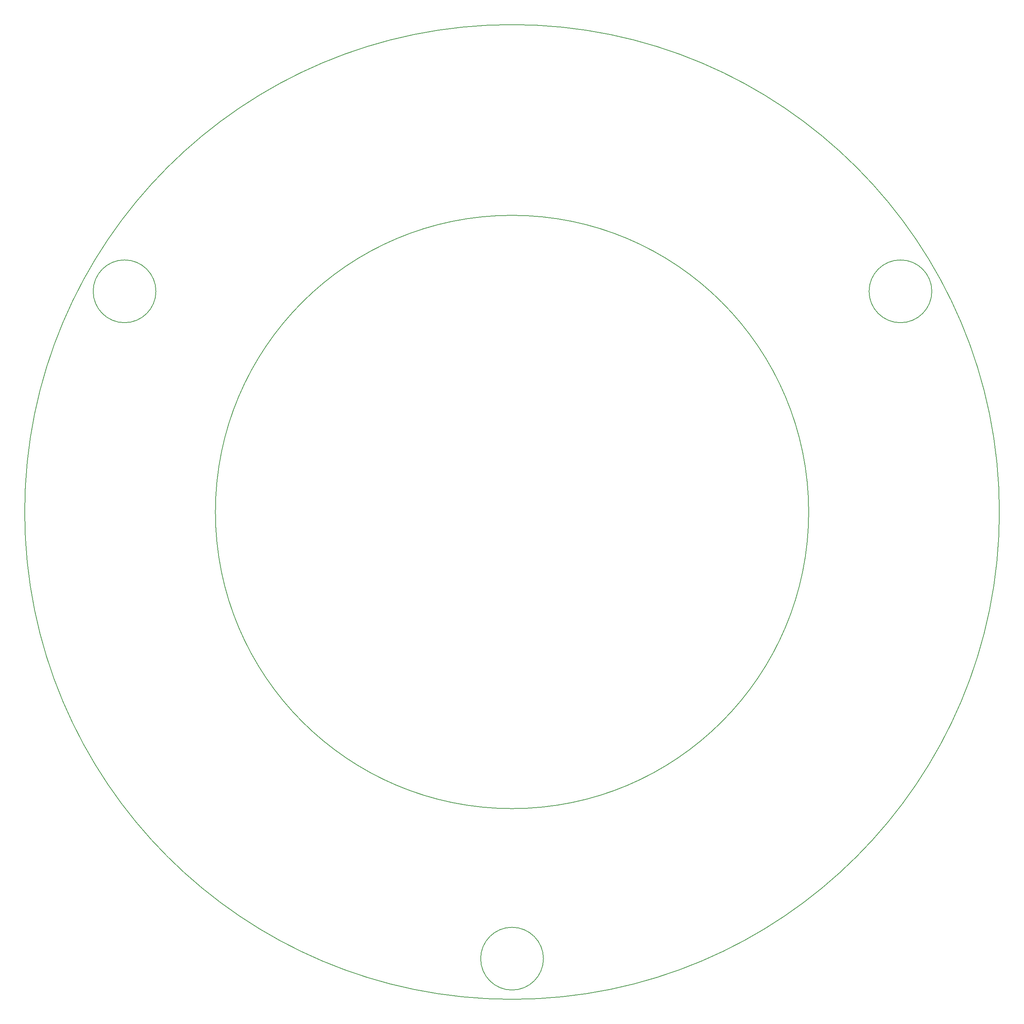
<source format=gm1>
G04 #@! TF.GenerationSoftware,KiCad,Pcbnew,(5.0.2)-1*
G04 #@! TF.CreationDate,2018-12-27T20:38:10+08:00*
G04 #@! TF.ProjectId,lighting,6c696768-7469-46e6-972e-6b696361645f,rev?*
G04 #@! TF.SameCoordinates,Original*
G04 #@! TF.FileFunction,Profile,NP*
%FSLAX45Y45*%
G04 Gerber Fmt 4.5, Leading zero omitted, Abs format (unit mm)*
G04 Created by KiCad (PCBNEW (5.0.2)-1) date 12/27/2018 8:38:10 PM*
%MOMM*%
%LPD*%
G01*
G04 APERTURE LIST*
%ADD10C,0.150000*%
G04 APERTURE END LIST*
D10*
X28590000Y-14351000D02*
G75*
G03X28590000Y-14351000I-7000000J0D01*
G01*
X22330531Y-24892000D02*
G75*
G03X22330531Y-24892000I-740531J0D01*
G01*
X13186531Y-9144000D02*
G75*
G03X13186531Y-9144000I-740531J0D01*
G01*
X31496000Y-9144000D02*
G75*
G03X31496000Y-9144000I-740531J0D01*
G01*
X33090000Y-14351000D02*
G75*
G03X33090000Y-14351000I-11500000J0D01*
G01*
M02*

</source>
